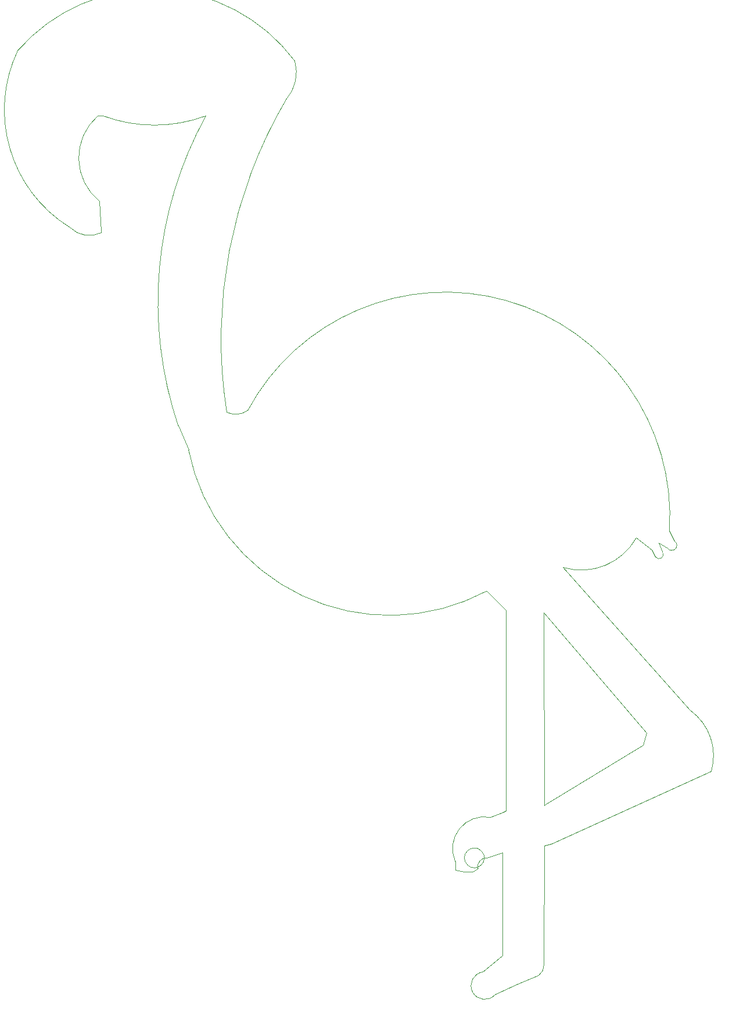
<source format=gbr>
%TF.GenerationSoftware,KiCad,Pcbnew,(5.99.0-11498-g1a301d8eea)*%
%TF.CreationDate,2021-09-08T01:14:58+03:00*%
%TF.ProjectId,f,662e6b69-6361-4645-9f70-636258585858,rev?*%
%TF.SameCoordinates,Original*%
%TF.FileFunction,Profile,NP*%
%FSLAX46Y46*%
G04 Gerber Fmt 4.6, Leading zero omitted, Abs format (unit mm)*
G04 Created by KiCad (PCBNEW (5.99.0-11498-g1a301d8eea)) date 2021-09-08 01:14:58*
%MOMM*%
%LPD*%
G01*
G04 APERTURE LIST*
%TA.AperFunction,Profile*%
%ADD10C,0.100000*%
%TD*%
G04 APERTURE END LIST*
D10*
X61962938Y-72494726D02*
G75*
G03*
X66548000Y-73256725I2830923J2858585D01*
G01*
X79248000Y-104902000D02*
G75*
G03*
X122682000Y-125476000I29340161J5806340D01*
G01*
X122160939Y-180952725D02*
G75*
G03*
X123938939Y-184254725I256920J-1991351D01*
G01*
X122682000Y-125476000D02*
X125476000Y-128270000D01*
X66026939Y-56238725D02*
X66788939Y-56238725D01*
X118110001Y-164845999D02*
G75*
G02*
X123190000Y-158421559I4250077J1860010D01*
G01*
X148322939Y-119738725D02*
X147814939Y-118468725D01*
X94742001Y-48260000D02*
G75*
G02*
X93472000Y-53848000I-5809002J-1618090D01*
G01*
X81774939Y-56238725D02*
G75*
G02*
X66788939Y-56238725I-7493000J20239539D01*
G01*
X133844939Y-122024725D02*
G75*
G03*
X144512939Y-117706725I2637333J8821353D01*
G01*
X54342938Y-46735999D02*
G75*
G02*
X94742000Y-48260000I19585641J-17035338D01*
G01*
X131050939Y-179936725D02*
G75*
G02*
X130288939Y-181460725I-1892071J-6464D01*
G01*
X118110000Y-164846000D02*
X118110000Y-166116000D01*
X124968000Y-157734000D02*
X125476000Y-157480000D01*
X132080000Y-162306000D02*
X131064000Y-162560000D01*
X146036939Y-146154725D02*
G75*
G03*
X145528939Y-147932725I7254682J-3034338D01*
G01*
X54342938Y-46735999D02*
G75*
G03*
X61962939Y-72494725I18186056J-8626608D01*
G01*
X125476000Y-157480000D02*
X125476000Y-128270000D01*
X144512939Y-117706725D02*
X146798939Y-119484725D01*
X81774939Y-56238725D02*
G75*
G03*
X77724000Y-101346000I49290001J-27162114D01*
G01*
X124968000Y-163576000D02*
X124968000Y-178562000D01*
X149338939Y-116690725D02*
G75*
G03*
X87870939Y-99164725I-32643237J2066837D01*
G01*
X123938939Y-184254725D02*
X127240939Y-182730725D01*
X131064000Y-162560000D02*
X131050939Y-179936725D01*
X121411999Y-165862000D02*
G75*
G02*
X122682000Y-164338000I1272156J231037D01*
G01*
X152386939Y-142852725D02*
X133844939Y-122024725D01*
X148322939Y-119738725D02*
G75*
G02*
X147306939Y-120500725I-508003J-380996D01*
G01*
X146798939Y-119484725D02*
X147306939Y-120500725D01*
X131050939Y-128628725D02*
X146036939Y-146154725D01*
X120650000Y-166370000D02*
X121412000Y-165862000D01*
X121919999Y-163322001D02*
G75*
G02*
X121919999Y-163322001I-1015999J-1015999D01*
G01*
X124968000Y-178562000D02*
X122160939Y-180952725D01*
X131064000Y-156718000D02*
X131050939Y-128628725D01*
X145528939Y-147932725D02*
X131304939Y-156568725D01*
X124968000Y-163576000D02*
X122682000Y-164338000D01*
X119380000Y-166370000D02*
X120650000Y-166370000D01*
X79248000Y-104902000D02*
X77724000Y-101346000D01*
X132080000Y-162306000D02*
X155434939Y-151742725D01*
X66026939Y-56238725D02*
G75*
G03*
X66280939Y-68684725I5309021J-6117244D01*
G01*
X150100939Y-118214725D02*
G75*
G02*
X149084939Y-119230725I-415975J-600025D01*
G01*
X123190000Y-158421559D02*
X124968000Y-157734000D01*
X131304939Y-156568725D02*
X131064000Y-156718000D01*
X66548000Y-73256725D02*
G75*
G03*
X66280939Y-68684725I-77029491J-2205669D01*
G01*
X84822939Y-99418725D02*
G75*
G02*
X93472000Y-53848000I67889989J10721005D01*
G01*
X87870939Y-99164724D02*
G75*
G02*
X84822939Y-99418725I-1747444J2554317D01*
G01*
X127240939Y-182730725D02*
X130288939Y-181460725D01*
X150100939Y-118214725D02*
X149338939Y-116690725D01*
X147814939Y-118468725D02*
X149084939Y-119230725D01*
X118110000Y-166116000D02*
X119380000Y-166370000D01*
X152386939Y-142852725D02*
G75*
G02*
X155434939Y-151742725I-4767854J-6602207D01*
G01*
M02*

</source>
